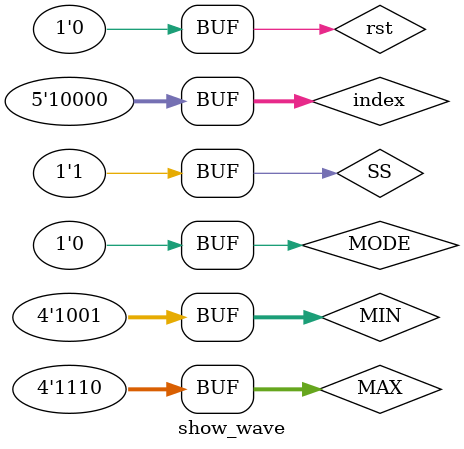
<source format=v>
`timescale 1ns/1ns
`include "CNT4b_HW.v"

module show_wave;
    reg[3:0] MAX, MIN;
    reg SS, MODE, rst;
    reg[4:0] index;
    wire [3:0] O;

CNT4b test_CNT4b(
    .rst(rst),
    .SS(SS),
    .MODE(MODE),
    .clk(index[0]),
    .MAX(MAX),
    .MIN(MIN),
    .OUT(O)
);

initial begin
    $dumpfile("show_wave.vcd"); 
    $dumpvars(0, show_wave);
    MIN = 4'b1001;
    MAX = 4'b1110;
    SS = 1;
    MODE = 0;
    rst = 1;
    #2 rst = 0;
    
    for (index = 5'b00000; index < 5'b10000 ; index=index+1) 
        begin
            #4;
        end
    $display("Test completed!");
end
endmodule

/*
iverilog -o show_wave.vvp show_wave.v; vvp show_wave.vvp; gtkwave show_wave.vcd
*/
</source>
